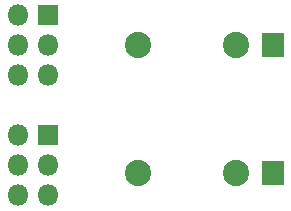
<source format=gbs>
G04 #@! TF.GenerationSoftware,KiCad,Pcbnew,(5.1.2-1)-1*
G04 #@! TF.CreationDate,2020-04-09T00:53:56-04:00*
G04 #@! TF.ProjectId,thonkiconn_breadboard_adapter_v3,74686f6e-6b69-4636-9f6e-6e5f62726561,rev?*
G04 #@! TF.SameCoordinates,Original*
G04 #@! TF.FileFunction,Soldermask,Bot*
G04 #@! TF.FilePolarity,Negative*
%FSLAX46Y46*%
G04 Gerber Fmt 4.6, Leading zero omitted, Abs format (unit mm)*
G04 Created by KiCad (PCBNEW (5.1.2-1)-1) date 2020-04-09 00:53:56*
%MOMM*%
%LPD*%
G04 APERTURE LIST*
%ADD10C,2.231600*%
%ADD11R,1.931600X2.031600*%
%ADD12O,1.801600X1.801600*%
%ADD13R,1.801600X1.801600*%
G04 APERTURE END LIST*
D10*
X149255000Y-81915000D03*
D11*
X160655000Y-81915000D03*
D10*
X157555000Y-81915000D03*
X149255000Y-71120000D03*
D11*
X160655000Y-71120000D03*
D10*
X157555000Y-71120000D03*
D12*
X139065000Y-83820000D03*
X141605000Y-83820000D03*
X139065000Y-81280000D03*
X141605000Y-81280000D03*
X139065000Y-78740000D03*
D13*
X141605000Y-78740000D03*
D12*
X139065000Y-73660000D03*
X141605000Y-73660000D03*
X139065000Y-71120000D03*
X141605000Y-71120000D03*
X139065000Y-68580000D03*
D13*
X141605000Y-68580000D03*
M02*

</source>
